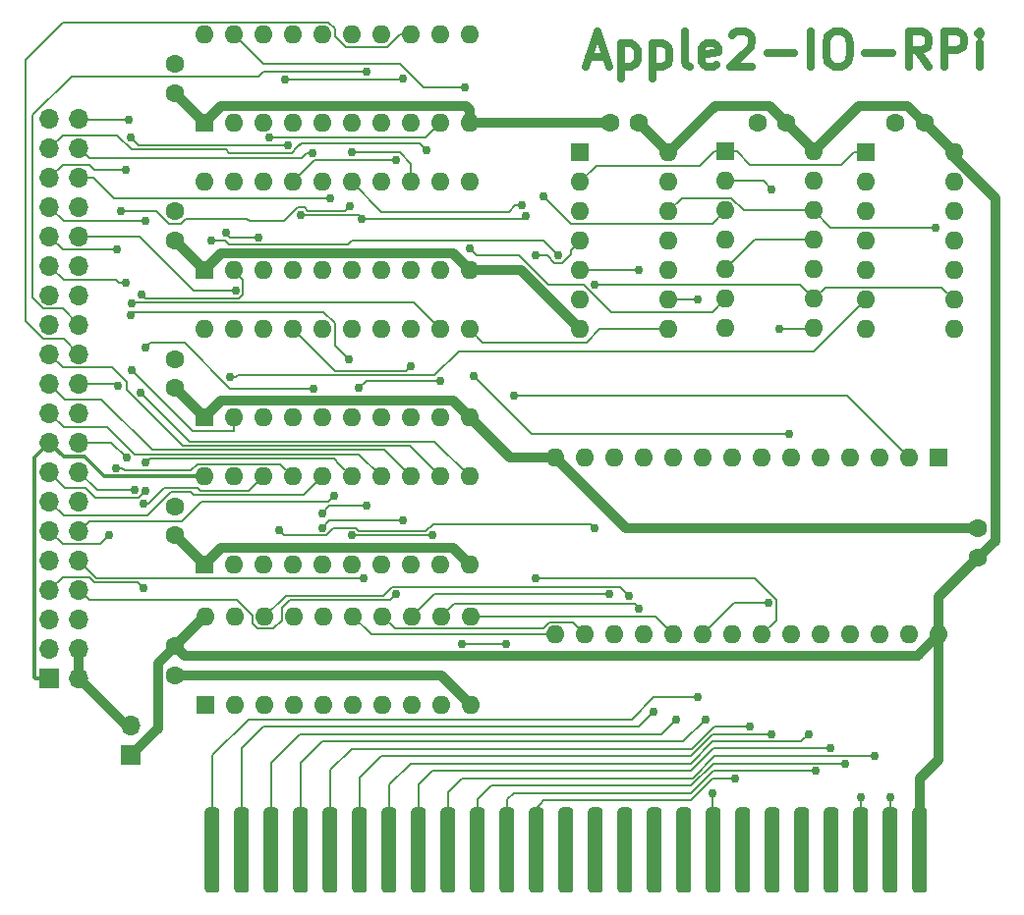
<source format=gbr>
G04 #@! TF.GenerationSoftware,KiCad,Pcbnew,(6.0.2-0)*
G04 #@! TF.CreationDate,2022-02-20T11:19:09-05:00*
G04 #@! TF.ProjectId,Apple2IORPi,4170706c-6532-4494-9f52-50692e6b6963,0.6*
G04 #@! TF.SameCoordinates,Original*
G04 #@! TF.FileFunction,Copper,L1,Top*
G04 #@! TF.FilePolarity,Positive*
%FSLAX46Y46*%
G04 Gerber Fmt 4.6, Leading zero omitted, Abs format (unit mm)*
G04 Created by KiCad (PCBNEW (6.0.2-0)) date 2022-02-20 11:19:09*
%MOMM*%
%LPD*%
G01*
G04 APERTURE LIST*
G04 Aperture macros list*
%AMRoundRect*
0 Rectangle with rounded corners*
0 $1 Rounding radius*
0 $2 $3 $4 $5 $6 $7 $8 $9 X,Y pos of 4 corners*
0 Add a 4 corners polygon primitive as box body*
4,1,4,$2,$3,$4,$5,$6,$7,$8,$9,$2,$3,0*
0 Add four circle primitives for the rounded corners*
1,1,$1+$1,$2,$3*
1,1,$1+$1,$4,$5*
1,1,$1+$1,$6,$7*
1,1,$1+$1,$8,$9*
0 Add four rect primitives between the rounded corners*
20,1,$1+$1,$2,$3,$4,$5,0*
20,1,$1+$1,$4,$5,$6,$7,0*
20,1,$1+$1,$6,$7,$8,$9,0*
20,1,$1+$1,$8,$9,$2,$3,0*%
G04 Aperture macros list end*
%ADD10C,0.635000*%
G04 #@! TA.AperFunction,NonConductor*
%ADD11C,0.635000*%
G04 #@! TD*
G04 #@! TA.AperFunction,ConnectorPad*
%ADD12RoundRect,0.317500X-0.317500X-3.365500X0.317500X-3.365500X0.317500X3.365500X-0.317500X3.365500X0*%
G04 #@! TD*
G04 #@! TA.AperFunction,ComponentPad*
%ADD13R,1.700000X1.700000*%
G04 #@! TD*
G04 #@! TA.AperFunction,ComponentPad*
%ADD14O,1.700000X1.700000*%
G04 #@! TD*
G04 #@! TA.AperFunction,ComponentPad*
%ADD15R,1.600000X1.600000*%
G04 #@! TD*
G04 #@! TA.AperFunction,ComponentPad*
%ADD16O,1.600000X1.600000*%
G04 #@! TD*
G04 #@! TA.AperFunction,ComponentPad*
%ADD17C,1.600000*%
G04 #@! TD*
G04 #@! TA.AperFunction,ViaPad*
%ADD18C,0.762000*%
G04 #@! TD*
G04 #@! TA.AperFunction,Conductor*
%ADD19C,0.177800*%
G04 #@! TD*
G04 #@! TA.AperFunction,Conductor*
%ADD20C,0.812800*%
G04 #@! TD*
G04 #@! TA.AperFunction,Conductor*
%ADD21C,0.355600*%
G04 #@! TD*
G04 APERTURE END LIST*
D10*
D11*
X156928457Y-46990000D02*
X158379885Y-46990000D01*
X156638171Y-47860857D02*
X157654171Y-44812857D01*
X158670171Y-47860857D01*
X159686171Y-45828857D02*
X159686171Y-48876857D01*
X159686171Y-45974000D02*
X159976457Y-45828857D01*
X160557028Y-45828857D01*
X160847314Y-45974000D01*
X160992457Y-46119142D01*
X161137600Y-46409428D01*
X161137600Y-47280285D01*
X160992457Y-47570571D01*
X160847314Y-47715714D01*
X160557028Y-47860857D01*
X159976457Y-47860857D01*
X159686171Y-47715714D01*
X162443885Y-45828857D02*
X162443885Y-48876857D01*
X162443885Y-45974000D02*
X162734171Y-45828857D01*
X163314742Y-45828857D01*
X163605028Y-45974000D01*
X163750171Y-46119142D01*
X163895314Y-46409428D01*
X163895314Y-47280285D01*
X163750171Y-47570571D01*
X163605028Y-47715714D01*
X163314742Y-47860857D01*
X162734171Y-47860857D01*
X162443885Y-47715714D01*
X165637028Y-47860857D02*
X165346742Y-47715714D01*
X165201600Y-47425428D01*
X165201600Y-44812857D01*
X167959314Y-47715714D02*
X167669028Y-47860857D01*
X167088457Y-47860857D01*
X166798171Y-47715714D01*
X166653028Y-47425428D01*
X166653028Y-46264285D01*
X166798171Y-45974000D01*
X167088457Y-45828857D01*
X167669028Y-45828857D01*
X167959314Y-45974000D01*
X168104457Y-46264285D01*
X168104457Y-46554571D01*
X166653028Y-46844857D01*
X169265600Y-45103142D02*
X169410742Y-44958000D01*
X169701028Y-44812857D01*
X170426742Y-44812857D01*
X170717028Y-44958000D01*
X170862171Y-45103142D01*
X171007314Y-45393428D01*
X171007314Y-45683714D01*
X170862171Y-46119142D01*
X169120457Y-47860857D01*
X171007314Y-47860857D01*
X172313600Y-46699714D02*
X174635885Y-46699714D01*
X176087314Y-47860857D02*
X176087314Y-44812857D01*
X178119314Y-44812857D02*
X178699885Y-44812857D01*
X178990171Y-44958000D01*
X179280457Y-45248285D01*
X179425600Y-45828857D01*
X179425600Y-46844857D01*
X179280457Y-47425428D01*
X178990171Y-47715714D01*
X178699885Y-47860857D01*
X178119314Y-47860857D01*
X177829028Y-47715714D01*
X177538742Y-47425428D01*
X177393600Y-46844857D01*
X177393600Y-45828857D01*
X177538742Y-45248285D01*
X177829028Y-44958000D01*
X178119314Y-44812857D01*
X180731885Y-46699714D02*
X183054171Y-46699714D01*
X186247314Y-47860857D02*
X185231314Y-46409428D01*
X184505600Y-47860857D02*
X184505600Y-44812857D01*
X185666742Y-44812857D01*
X185957028Y-44958000D01*
X186102171Y-45103142D01*
X186247314Y-45393428D01*
X186247314Y-45828857D01*
X186102171Y-46119142D01*
X185957028Y-46264285D01*
X185666742Y-46409428D01*
X184505600Y-46409428D01*
X187553600Y-47860857D02*
X187553600Y-44812857D01*
X188714742Y-44812857D01*
X189005028Y-44958000D01*
X189150171Y-45103142D01*
X189295314Y-45393428D01*
X189295314Y-45828857D01*
X189150171Y-46119142D01*
X189005028Y-46264285D01*
X188714742Y-46409428D01*
X187553600Y-46409428D01*
X190601600Y-47860857D02*
X190601600Y-45828857D01*
X190601600Y-44812857D02*
X190456457Y-44958000D01*
X190601600Y-45103142D01*
X190746742Y-44958000D01*
X190601600Y-44812857D01*
X190601600Y-45103142D01*
D12*
X124535001Y-115443000D03*
X127075001Y-115443000D03*
X129615001Y-115443000D03*
X132155001Y-115443000D03*
X134695001Y-115443000D03*
X137235001Y-115443000D03*
X139775001Y-115443000D03*
X142315001Y-115443000D03*
X144855001Y-115443000D03*
X147395001Y-115443000D03*
X149935001Y-115443000D03*
X152475001Y-115443000D03*
X155015001Y-115443000D03*
X157555001Y-115443000D03*
X160095001Y-115443000D03*
X162635001Y-115443000D03*
X165175001Y-115443000D03*
X167715001Y-115443000D03*
X170255001Y-115443000D03*
X172795001Y-115443000D03*
X175335001Y-115443000D03*
X177875001Y-115443000D03*
X180415001Y-115443000D03*
X182955001Y-115443000D03*
X185495001Y-115443000D03*
D13*
X110490000Y-100584000D03*
D14*
X113030000Y-100584000D03*
X110490000Y-98044000D03*
X113030000Y-98044000D03*
X110490000Y-95504000D03*
X113030000Y-95504000D03*
X110490000Y-92964000D03*
X113030000Y-92964000D03*
X110490000Y-90424000D03*
X113030000Y-90424000D03*
X110490000Y-87884000D03*
X113030000Y-87884000D03*
X110490000Y-85344000D03*
X113030000Y-85344000D03*
X110490000Y-82804000D03*
X113030000Y-82804000D03*
X110490000Y-80264000D03*
X113030000Y-80264000D03*
X110490000Y-77724000D03*
X113030000Y-77724000D03*
X110490000Y-75184000D03*
X113030000Y-75184000D03*
X110490000Y-72644000D03*
X113030000Y-72644000D03*
X110490000Y-70104000D03*
X113030000Y-70104000D03*
X110490000Y-67564000D03*
X113030000Y-67564000D03*
X110490000Y-65024000D03*
X113030000Y-65024000D03*
X110490000Y-62484000D03*
X113030000Y-62484000D03*
X110490000Y-59944000D03*
X113030000Y-59944000D03*
X110490000Y-57404000D03*
X113030000Y-57404000D03*
X110490000Y-54864000D03*
X113030000Y-54864000D03*
X110490000Y-52324000D03*
X113030000Y-52324000D03*
D15*
X123952000Y-102870000D03*
D16*
X126492000Y-102870000D03*
X129032000Y-102870000D03*
X131572000Y-102870000D03*
X134112000Y-102870000D03*
X136652000Y-102870000D03*
X139192000Y-102870000D03*
X141732000Y-102870000D03*
X144272000Y-102870000D03*
X146812000Y-102870000D03*
X146812000Y-95250000D03*
X144272000Y-95250000D03*
X141732000Y-95250000D03*
X139192000Y-95250000D03*
X136652000Y-95250000D03*
X134112000Y-95250000D03*
X131572000Y-95250000D03*
X129032000Y-95250000D03*
X126492000Y-95250000D03*
X123952000Y-95250000D03*
D15*
X180771800Y-55245000D03*
D16*
X180771800Y-57785000D03*
X180771800Y-60325000D03*
X180771800Y-62865000D03*
X180771800Y-65405000D03*
X180771800Y-67945000D03*
X180771800Y-70485000D03*
X188391800Y-70485000D03*
X188391800Y-67945000D03*
X188391800Y-65405000D03*
X188391800Y-62865000D03*
X188391800Y-60325000D03*
X188391800Y-57785000D03*
X188391800Y-55245000D03*
D15*
X156210000Y-55245000D03*
D16*
X156210000Y-57785000D03*
X156210000Y-60325000D03*
X156210000Y-62865000D03*
X156210000Y-65405000D03*
X156210000Y-67945000D03*
X156210000Y-70485000D03*
X163830000Y-70485000D03*
X163830000Y-67945000D03*
X163830000Y-65405000D03*
X163830000Y-62865000D03*
X163830000Y-60325000D03*
X163830000Y-57785000D03*
X163830000Y-55245000D03*
D15*
X123825000Y-90805000D03*
D16*
X126365000Y-90805000D03*
X128905000Y-90805000D03*
X131445000Y-90805000D03*
X133985000Y-90805000D03*
X136525000Y-90805000D03*
X139065000Y-90805000D03*
X141605000Y-90805000D03*
X144145000Y-90805000D03*
X146685000Y-90805000D03*
X146685000Y-83185000D03*
X144145000Y-83185000D03*
X141605000Y-83185000D03*
X139065000Y-83185000D03*
X136525000Y-83185000D03*
X133985000Y-83185000D03*
X131445000Y-83185000D03*
X128905000Y-83185000D03*
X126365000Y-83185000D03*
X123825000Y-83185000D03*
D15*
X123825000Y-78105000D03*
D16*
X126365000Y-78105000D03*
X128905000Y-78105000D03*
X131445000Y-78105000D03*
X133985000Y-78105000D03*
X136525000Y-78105000D03*
X139065000Y-78105000D03*
X141605000Y-78105000D03*
X144145000Y-78105000D03*
X146685000Y-78105000D03*
X146685000Y-70485000D03*
X144145000Y-70485000D03*
X141605000Y-70485000D03*
X139065000Y-70485000D03*
X136525000Y-70485000D03*
X133985000Y-70485000D03*
X131445000Y-70485000D03*
X128905000Y-70485000D03*
X126365000Y-70485000D03*
X123825000Y-70485000D03*
D15*
X187101925Y-81586962D03*
D16*
X184561925Y-81586962D03*
X182021925Y-81586962D03*
X179481925Y-81586962D03*
X176941925Y-81586962D03*
X174401925Y-81586962D03*
X171861925Y-81586962D03*
X169321925Y-81586962D03*
X166781925Y-81586962D03*
X164241925Y-81586962D03*
X161701925Y-81586962D03*
X159161925Y-81586962D03*
X156621925Y-81586962D03*
X154081925Y-81586962D03*
X154081925Y-96826962D03*
X156621925Y-96826962D03*
X159161925Y-96826962D03*
X161701925Y-96826962D03*
X164241925Y-96826962D03*
X166781925Y-96826962D03*
X169321925Y-96826962D03*
X171861925Y-96826962D03*
X174401925Y-96826962D03*
X176941925Y-96826962D03*
X179481925Y-96826962D03*
X182021925Y-96826962D03*
X184561925Y-96826962D03*
X187101925Y-96826962D03*
D15*
X123825000Y-65405000D03*
D16*
X126365000Y-65405000D03*
X128905000Y-65405000D03*
X131445000Y-65405000D03*
X133985000Y-65405000D03*
X136525000Y-65405000D03*
X139065000Y-65405000D03*
X141605000Y-65405000D03*
X144145000Y-65405000D03*
X146685000Y-65405000D03*
X146685000Y-57785000D03*
X144145000Y-57785000D03*
X141605000Y-57785000D03*
X139065000Y-57785000D03*
X136525000Y-57785000D03*
X133985000Y-57785000D03*
X131445000Y-57785000D03*
X128905000Y-57785000D03*
X126365000Y-57785000D03*
X123825000Y-57785000D03*
D15*
X123825000Y-52705000D03*
D16*
X126365000Y-52705000D03*
X128905000Y-52705000D03*
X131445000Y-52705000D03*
X133985000Y-52705000D03*
X136525000Y-52705000D03*
X139065000Y-52705000D03*
X141605000Y-52705000D03*
X144145000Y-52705000D03*
X146685000Y-52705000D03*
X146685000Y-45085000D03*
X144145000Y-45085000D03*
X141605000Y-45085000D03*
X139065000Y-45085000D03*
X136525000Y-45085000D03*
X133985000Y-45085000D03*
X131445000Y-45085000D03*
X128905000Y-45085000D03*
X126365000Y-45085000D03*
X123825000Y-45085000D03*
D17*
X121285000Y-97830000D03*
X121285000Y-100330000D03*
X190500000Y-90170000D03*
X190500000Y-87670000D03*
X185851800Y-52705000D03*
X183351800Y-52705000D03*
X161290000Y-52705000D03*
X158790000Y-52705000D03*
X121285000Y-85765000D03*
X121285000Y-88265000D03*
X121285000Y-73065000D03*
X121285000Y-75565000D03*
X121285000Y-47625000D03*
X121285000Y-50125000D03*
X121285000Y-60325000D03*
X121285000Y-62825000D03*
X173990000Y-52705000D03*
X171490000Y-52705000D03*
D15*
X168706800Y-55168800D03*
D16*
X168706800Y-57708800D03*
X168706800Y-60248800D03*
X168706800Y-62788800D03*
X168706800Y-65328800D03*
X168706800Y-67868800D03*
X168706800Y-70408800D03*
X176326800Y-70408800D03*
X176326800Y-67868800D03*
X176326800Y-65328800D03*
X176326800Y-62788800D03*
X176326800Y-60248800D03*
X176326800Y-57708800D03*
X176326800Y-55168800D03*
D13*
X117500400Y-107238800D03*
D14*
X117500400Y-104698800D03*
D18*
X133985000Y-87630000D03*
X140970000Y-86995000D03*
X143510000Y-88265000D03*
X136525000Y-55245000D03*
X136525000Y-88265000D03*
X181610000Y-107315000D03*
X158750000Y-93345000D03*
X177800000Y-106654599D03*
X141605000Y-73660000D03*
X140335000Y-55892700D03*
X161290000Y-94602300D03*
X175895000Y-105410000D03*
X129438400Y-53988593D03*
X172720000Y-105397300D03*
X172466000Y-94107000D03*
X166370000Y-102235000D03*
X170815000Y-104749600D03*
X169557700Y-109220000D03*
X167005000Y-104140000D03*
X164465000Y-104140000D03*
X162560000Y-103505000D03*
X161290000Y-65405000D03*
X176530000Y-108585000D03*
X128524000Y-62547500D03*
X160401000Y-93497400D03*
X125649727Y-62204599D03*
X179070000Y-107950000D03*
X130276600Y-87833200D03*
X157454600Y-87680800D03*
X132156200Y-60629800D03*
X137414000Y-60947300D03*
X151485600Y-60706000D03*
X137795000Y-85725000D03*
X133985000Y-86360000D03*
X167640000Y-110490000D03*
X180415001Y-110871000D03*
X182955001Y-110871000D03*
X118618000Y-92837000D03*
X118592600Y-85547200D03*
X137160000Y-75565000D03*
X144145000Y-74930000D03*
X140335000Y-93345000D03*
X137509508Y-92004891D03*
X115581801Y-88265000D03*
X116205000Y-82448400D03*
X134975600Y-84886800D03*
X118783199Y-82016600D03*
X118719600Y-84429600D03*
X117779800Y-84378800D03*
X118427500Y-67487800D03*
X116611400Y-60299600D03*
X117132100Y-81584800D03*
X136372600Y-59867800D03*
X131025999Y-54636293D03*
X140970000Y-48895000D03*
X116408200Y-75412600D03*
X117475000Y-53975000D03*
X130810000Y-48920400D03*
X137795000Y-48272700D03*
X117017800Y-66497200D03*
X118351300Y-75980431D03*
X117602000Y-74015600D03*
X116281200Y-63600701D03*
X126517400Y-67157600D03*
X118783199Y-61163200D03*
X118783199Y-72059800D03*
X133248400Y-75603199D03*
X117500400Y-69316600D03*
X117043200Y-56718200D03*
X136271000Y-73088500D03*
X134645400Y-59207400D03*
X142925800Y-55067200D03*
X133159401Y-55269910D03*
X117271800Y-52451000D03*
X117602000Y-68224400D03*
X149860000Y-97601573D03*
X152400000Y-64135000D03*
X152400000Y-91948000D03*
X146050000Y-97601573D03*
X157480000Y-66675000D03*
X126034006Y-74625994D03*
X166370000Y-67945000D03*
X154330401Y-64135000D03*
X124460000Y-62865000D03*
X151136567Y-59833416D03*
X150495000Y-76200000D03*
X174218600Y-79552800D03*
X147015200Y-74549000D03*
X146685000Y-63500000D03*
X153035000Y-59055000D03*
X146227800Y-49631600D03*
X172720000Y-58420000D03*
X173355000Y-70485000D03*
X186798209Y-61703209D03*
D19*
X154081925Y-96826962D02*
X138228962Y-96826962D01*
X134620000Y-86995000D02*
X133985000Y-87630000D01*
X138228962Y-96826962D02*
X136652000Y-95250000D01*
X140970000Y-86995000D02*
X134620000Y-86995000D01*
X140258701Y-96316701D02*
X153013468Y-96316701D01*
X155555224Y-95760261D02*
X156621925Y-96826962D01*
X141605000Y-57785000D02*
X141605000Y-56204102D01*
X153569908Y-95760261D02*
X155555224Y-95760261D01*
X153013468Y-96316701D02*
X153569908Y-95760261D01*
X139192000Y-95250000D02*
X140258701Y-96316701D01*
X140645898Y-55245000D02*
X136525000Y-55245000D01*
X141605000Y-56204102D02*
X140645898Y-55245000D01*
X143510000Y-88265000D02*
X136525000Y-88265000D01*
X181597299Y-107302299D02*
X181610000Y-107315000D01*
X167784793Y-107302299D02*
X181597299Y-107302299D01*
X144855001Y-115570000D02*
X144855001Y-110414999D01*
X165867092Y-109220000D02*
X167784793Y-107302299D01*
X146050000Y-109220000D02*
X165867092Y-109220000D01*
X144855001Y-110414999D02*
X146050000Y-109220000D01*
X141732000Y-95250000D02*
X143637000Y-93345000D01*
X143637000Y-93345000D02*
X158750000Y-93345000D01*
X143510000Y-108585000D02*
X153035000Y-108585000D01*
X142315001Y-115570000D02*
X142315001Y-109779999D01*
X165735000Y-108585000D02*
X152400000Y-108585000D01*
X142315001Y-109779999D02*
X143510000Y-108585000D01*
X177800000Y-106654599D02*
X167665401Y-106654599D01*
X167665401Y-106654599D02*
X165735000Y-108585000D01*
X131445000Y-70485000D02*
X135077200Y-74117200D01*
X144272000Y-95250000D02*
X145338701Y-94183299D01*
X140335000Y-55892700D02*
X133337300Y-55892700D01*
X133337300Y-55892700D02*
X131445000Y-57785000D01*
X160870999Y-94183299D02*
X161290000Y-94602300D01*
X145338701Y-94183299D02*
X160870999Y-94183299D01*
X135077200Y-74117200D02*
X141147800Y-74117200D01*
X141147800Y-74117200D02*
X141605000Y-73660000D01*
X141605000Y-107950000D02*
X165735000Y-107950000D01*
X175260000Y-106045000D02*
X175895000Y-105410000D01*
X139775001Y-109779999D02*
X141605000Y-107950000D01*
X165735000Y-107950000D02*
X167640000Y-106045000D01*
X139775001Y-115570000D02*
X139775001Y-109779999D01*
X167640000Y-106045000D02*
X175260000Y-106045000D01*
X146812000Y-95250000D02*
X162664963Y-95250000D01*
X144145000Y-52705000D02*
X143306800Y-53543200D01*
X162664963Y-95250000D02*
X164241925Y-96826962D01*
X129438400Y-53988593D02*
X142861407Y-53988593D01*
X142861407Y-53988593D02*
X143306800Y-53543200D01*
X165735000Y-107315000D02*
X167640000Y-105410000D01*
X167640000Y-105410000D02*
X167640000Y-105397300D01*
X137235001Y-109144999D02*
X139065000Y-107315000D01*
X139065000Y-107315000D02*
X165735000Y-107315000D01*
X137235001Y-115570000D02*
X137235001Y-109144999D01*
X167640000Y-105397300D02*
X172720000Y-105397300D01*
X124535001Y-115570000D02*
X124535001Y-107239999D01*
X169501887Y-94107000D02*
X172466000Y-94107000D01*
X162560000Y-102235000D02*
X166370000Y-102235000D01*
X127635000Y-104140000D02*
X160655000Y-104140000D01*
X124535001Y-107239999D02*
X127635000Y-104140000D01*
X166781925Y-96826962D02*
X169501887Y-94107000D01*
X160655000Y-104140000D02*
X162560000Y-102235000D01*
X167759392Y-104775000D02*
X170789600Y-104775000D01*
X134695001Y-108509999D02*
X136525000Y-106680000D01*
X136525000Y-106680000D02*
X165854392Y-106680000D01*
X134695001Y-115570000D02*
X134695001Y-108509999D01*
X165854392Y-106680000D02*
X167759392Y-104775000D01*
X170789600Y-104775000D02*
X170815000Y-104749600D01*
X165735000Y-111125000D02*
X167640000Y-109220000D01*
X167640000Y-109220000D02*
X169557700Y-109220000D01*
X152754391Y-111480610D02*
X152754391Y-111405609D01*
X152754391Y-111405609D02*
X153035000Y-111125000D01*
X153035000Y-111125000D02*
X165735000Y-111125000D01*
X152475001Y-111760000D02*
X152754391Y-111480610D01*
X152475001Y-115570000D02*
X152475001Y-111760000D01*
X132155001Y-107874999D02*
X133985000Y-106045000D01*
X132155001Y-115570000D02*
X132155001Y-107874999D01*
X165100000Y-106045000D02*
X167005000Y-104140000D01*
X133985000Y-106045000D02*
X165100000Y-106045000D01*
X132080000Y-105410000D02*
X163195000Y-105410000D01*
X129615001Y-107874999D02*
X132080000Y-105410000D01*
X163195000Y-105410000D02*
X164465000Y-104140000D01*
X129615001Y-115570000D02*
X129615001Y-107874999D01*
X127075001Y-115570000D02*
X127075001Y-106604999D01*
X161290000Y-104775000D02*
X128905000Y-104775000D01*
X161290000Y-65405000D02*
X156210000Y-65405000D01*
X162560000Y-103505000D02*
X161290000Y-104775000D01*
X127075001Y-106604999D02*
X128905000Y-104775000D01*
X149935001Y-115570000D02*
X149935001Y-111049999D01*
X165735000Y-110490000D02*
X167652701Y-108572299D01*
X149935001Y-111049999D02*
X150495000Y-110490000D01*
X150495000Y-110490000D02*
X165735000Y-110490000D01*
X176517299Y-108572299D02*
X176530000Y-108585000D01*
X167652701Y-108572299D02*
X176517299Y-108572299D01*
X159600899Y-92697299D02*
X160401000Y-93497400D01*
X139263013Y-93458389D02*
X140024103Y-92697299D01*
X128485902Y-62585598D02*
X128524000Y-62547500D01*
X129032000Y-95250000D02*
X130823611Y-93458389D01*
X125649727Y-62204599D02*
X126030726Y-62585598D01*
X126030726Y-62585598D02*
X128485902Y-62585598D01*
X130823611Y-93458389D02*
X139263013Y-93458389D01*
X140024103Y-92697299D02*
X159600899Y-92697299D01*
X147395001Y-111049999D02*
X148590000Y-109855000D01*
X147395001Y-115570000D02*
X147395001Y-111049999D01*
X165735000Y-109855000D02*
X167652701Y-107937299D01*
X148590000Y-109855000D02*
X165735000Y-109855000D01*
X179057299Y-107937299D02*
X179070000Y-107950000D01*
X167652701Y-107937299D02*
X179057299Y-107937299D01*
X142907012Y-87909390D02*
X137127988Y-87909390D01*
X157454600Y-87680800D02*
X157073601Y-87299801D01*
X130721101Y-88277701D02*
X130276600Y-87833200D01*
X157073601Y-87299801D02*
X143516601Y-87299801D01*
X143516601Y-87299801D02*
X142907012Y-87909390D01*
X134956299Y-87617299D02*
X134295897Y-88277701D01*
X134295897Y-88277701D02*
X130721101Y-88277701D01*
X136835897Y-87617299D02*
X134956299Y-87617299D01*
X137127988Y-87909390D02*
X136835897Y-87617299D01*
X137414000Y-60947300D02*
X151244300Y-60947300D01*
X151244300Y-60947300D02*
X151485600Y-60706000D01*
X134620000Y-85725000D02*
X133985000Y-86360000D01*
X137795000Y-85725000D02*
X134620000Y-85725000D01*
X132156200Y-60629800D02*
X137096500Y-60629800D01*
X137096500Y-60629800D02*
X137414000Y-60947300D01*
X167640000Y-110490000D02*
X167640000Y-115494999D01*
X180415001Y-110871000D02*
X180415001Y-115570000D01*
X182955001Y-115570000D02*
X182955001Y-110871000D01*
X118973600Y-85547200D02*
X118592600Y-85547200D01*
X127635000Y-84455000D02*
X128905000Y-83185000D01*
X118084511Y-92303511D02*
X114376111Y-92303511D01*
X123212381Y-84151099D02*
X123516282Y-84455000D01*
X111606701Y-91847299D02*
X110490000Y-92964000D01*
X113919899Y-91847299D02*
X111606701Y-91847299D01*
X114376111Y-92303511D02*
X113919899Y-91847299D01*
X118618000Y-92837000D02*
X118084511Y-92303511D01*
X123516282Y-84455000D02*
X127635000Y-84455000D01*
X123212381Y-84151099D02*
X120369701Y-84151099D01*
X120369701Y-84151099D02*
X118973600Y-85547200D01*
X130505299Y-95580101D02*
X129768699Y-96316701D01*
X127965299Y-95859699D02*
X127965299Y-95144581D01*
X129768699Y-96316701D02*
X128422301Y-96316701D01*
X127965299Y-95144581D02*
X126634717Y-93813999D01*
X137795000Y-74930000D02*
X137160000Y-75565000D01*
X139866001Y-93813999D02*
X131230100Y-93813999D01*
X131230100Y-93813999D02*
X130505299Y-94538800D01*
X140335000Y-93345000D02*
X139866001Y-93813999D01*
X113879999Y-93813999D02*
X113030000Y-92964000D01*
X128422301Y-96316701D02*
X127965299Y-95859699D01*
X144145000Y-74930000D02*
X137795000Y-74930000D01*
X130505299Y-94538800D02*
X130505299Y-95580101D01*
X126634717Y-93813999D02*
X113879999Y-93813999D01*
X137452518Y-91947901D02*
X137509508Y-92004891D01*
X113030000Y-90424000D02*
X114553901Y-91947901D01*
X135915400Y-91947901D02*
X137452518Y-91947901D01*
X114553901Y-91947901D02*
X135915400Y-91947901D01*
X111606701Y-89000701D02*
X110490000Y-87884000D01*
X115581801Y-88265000D02*
X114846100Y-89000701D01*
X116972415Y-82677000D02*
X122682099Y-82677000D01*
X114846100Y-89000701D02*
X111606701Y-89000701D01*
X130378299Y-82118299D02*
X123240800Y-82118299D01*
X116205000Y-82448400D02*
X116743815Y-82448400D01*
X122682099Y-82677000D02*
X123240800Y-82118299D01*
X131445000Y-83185000D02*
X130378299Y-82118299D01*
X116743815Y-82448400D02*
X116972415Y-82677000D01*
X113030000Y-87884000D02*
X113879999Y-87034001D01*
X134493009Y-85369391D02*
X134975600Y-84886800D01*
X121921691Y-87034001D02*
X123586301Y-85369391D01*
X123586301Y-85369391D02*
X134493009Y-85369391D01*
X113879999Y-87034001D02*
X121921691Y-87034001D01*
X110490000Y-85344000D02*
X111682901Y-86536901D01*
X122910609Y-84810609D02*
X132359391Y-84810609D01*
X111682901Y-86536901D02*
X118934381Y-86536901D01*
X120964573Y-84506709D02*
X122606709Y-84506709D01*
X132359391Y-84810609D02*
X133985000Y-83185000D01*
X118934381Y-86536901D02*
X120964573Y-84506709D01*
X122606709Y-84506709D02*
X122910609Y-84810609D01*
X113589699Y-84151099D02*
X114465101Y-85026501D01*
X111837099Y-84151099D02*
X113589699Y-84151099D01*
X135458200Y-82118200D02*
X135051800Y-81711800D01*
X110490000Y-82804000D02*
X111837099Y-84151099D01*
X118122699Y-85026501D02*
X118719600Y-84429600D01*
X136525000Y-83185000D02*
X135458200Y-82118200D01*
X118783199Y-82016600D02*
X119164198Y-81635601D01*
X134975601Y-81635601D02*
X135458200Y-82118200D01*
X114465101Y-85026501D02*
X118122699Y-85026501D01*
X119164198Y-81635601D02*
X134975601Y-81635601D01*
X126365000Y-65405000D02*
X127165101Y-66205101D01*
X127165101Y-66205101D02*
X127165101Y-67468497D01*
X126828297Y-67805301D02*
X118745001Y-67805301D01*
X114604800Y-84378800D02*
X117779800Y-84378800D01*
X127165101Y-67468497D02*
X126828297Y-67805301D01*
X113030000Y-82804000D02*
X114604800Y-84378800D01*
X118745001Y-67805301D02*
X118427500Y-67487800D01*
X132467097Y-59982099D02*
X131845303Y-59982099D01*
X113030000Y-80264000D02*
X115811300Y-80264000D01*
X131845303Y-59982099D02*
X130664202Y-61163200D01*
X135966210Y-60274190D02*
X132759188Y-60274190D01*
X122241419Y-60947299D02*
X121797017Y-61391701D01*
X120772983Y-61391701D02*
X119680882Y-60299600D01*
X115811300Y-80264000D02*
X117132100Y-81584800D01*
X136372600Y-59867800D02*
X135966210Y-60274190D01*
X127469899Y-60947299D02*
X122241419Y-60947299D01*
X121797017Y-61391701D02*
X120772983Y-61391701D01*
X130664202Y-61163200D02*
X127685800Y-61163200D01*
X127685800Y-61163200D02*
X127469899Y-60947299D01*
X132759188Y-60274190D02*
X132467097Y-59982099D01*
X119680882Y-60299600D02*
X116611400Y-60299600D01*
X111682901Y-78916901D02*
X110490000Y-77724000D01*
X137159992Y-81279992D02*
X117779801Y-81279992D01*
X117779801Y-81279992D02*
X115416710Y-78916901D01*
X139065000Y-83185000D02*
X137159992Y-81279992D01*
X115416710Y-78916901D02*
X111682901Y-78916901D01*
X111837099Y-76531099D02*
X110490000Y-75184000D01*
X114930807Y-76531099D02*
X111837099Y-76531099D01*
X141605000Y-83185000D02*
X139319000Y-80899000D01*
X139319000Y-80899000D02*
X119298708Y-80899000D01*
X119298708Y-80899000D02*
X114930807Y-76531099D01*
X113030000Y-75184000D02*
X116179600Y-75184000D01*
X140944600Y-48920400D02*
X140970000Y-48895000D01*
X130810000Y-48920400D02*
X140944600Y-48920400D01*
X116179600Y-75184000D02*
X116408200Y-75412600D01*
X118136293Y-54636293D02*
X117475000Y-53975000D01*
X131025999Y-54636293D02*
X118136293Y-54636293D01*
X111606701Y-73760701D02*
X110490000Y-72644000D01*
X144145000Y-83185000D02*
X141503391Y-80543391D01*
X141503391Y-80543391D02*
X121955662Y-80543391D01*
X121955662Y-80543391D02*
X117144800Y-75732529D01*
X115900200Y-73787000D02*
X111633000Y-73787000D01*
X111633000Y-73787000D02*
X110490000Y-72644000D01*
X117144800Y-75031600D02*
X115900200Y-73787000D01*
X117144800Y-75732529D02*
X117144800Y-75031600D01*
X108407200Y-47269400D02*
X111658301Y-44018299D01*
X139577017Y-46151701D02*
X140643718Y-45085000D01*
X140643718Y-45085000D02*
X141605000Y-45085000D01*
X111682901Y-71296901D02*
X109917407Y-71296901D01*
X135051701Y-45190419D02*
X136012983Y-46151701D01*
X134497017Y-44018299D02*
X135051701Y-44572983D01*
X111658301Y-44018299D02*
X129971701Y-44018299D01*
X135051701Y-44572983D02*
X135051701Y-45190419D01*
X108407200Y-69786694D02*
X108407200Y-47269400D01*
X129971701Y-44018299D02*
X134497017Y-44018299D01*
X136012983Y-46151701D02*
X139577017Y-46151701D01*
X113030000Y-72644000D02*
X111682901Y-71296901D01*
X109917407Y-71296901D02*
X108407200Y-69786694D01*
X109042200Y-67768918D02*
X109042200Y-52006306D01*
X128485999Y-48691701D02*
X128905000Y-48272700D01*
X111606701Y-68680701D02*
X109953983Y-68680701D01*
X109042200Y-52006306D02*
X112356805Y-48691701D01*
X137795000Y-48272700D02*
X128905000Y-48272700D01*
X112356805Y-48691701D02*
X128485999Y-48691701D01*
X113030000Y-70104000D02*
X111606701Y-68680701D01*
X109953983Y-68680701D02*
X109042200Y-67768918D01*
X116478985Y-66497200D02*
X116198686Y-66216901D01*
X117017800Y-66497200D02*
X116478985Y-66497200D01*
X143662400Y-80162400D02*
X122533269Y-80162400D01*
X111682901Y-66216901D02*
X110490000Y-65024000D01*
X116198686Y-66216901D02*
X111682901Y-66216901D01*
X146685000Y-83185000D02*
X143662400Y-80162400D01*
X122533269Y-80162400D02*
X118351300Y-75980431D01*
X122834301Y-79247901D02*
X117602000Y-74015600D01*
X111606701Y-63600701D02*
X110490000Y-62484000D01*
X116281200Y-63600701D02*
X111606701Y-63600701D01*
X126365000Y-79236370D02*
X126353469Y-79247901D01*
X126365000Y-78105000D02*
X126365000Y-79236370D01*
X126353469Y-79247901D02*
X122834301Y-79247901D01*
X113030000Y-62484000D02*
X118211600Y-62484000D01*
X118211600Y-62484000D02*
X122885200Y-67157600D01*
X122885200Y-67157600D02*
X126517400Y-67157600D01*
X118244384Y-61163200D02*
X118218085Y-61136901D01*
X118783199Y-61163200D02*
X118244384Y-61163200D01*
X119164198Y-71678801D02*
X118783199Y-72059800D01*
X133248400Y-75603199D02*
X126022199Y-75603199D01*
X118218085Y-61136901D02*
X111682901Y-61136901D01*
X126022199Y-75603199D02*
X122097801Y-71678801D01*
X111682901Y-61136901D02*
X110490000Y-59944000D01*
X122097801Y-71678801D02*
X119164198Y-71678801D01*
X117043200Y-56718200D02*
X114381292Y-56718200D01*
X135051701Y-69976901D02*
X135051701Y-71869201D01*
X111606701Y-56287299D02*
X110490000Y-57404000D01*
X135051701Y-71869201D02*
X136271000Y-73088500D01*
X114381292Y-56718200D02*
X113950391Y-56287299D01*
X117779800Y-69037200D02*
X117500400Y-69316600D01*
X134112000Y-69037200D02*
X135051701Y-69976901D01*
X113950391Y-56287299D02*
X111606701Y-56287299D01*
X134112000Y-69037200D02*
X117779800Y-69037200D01*
X114232081Y-57404000D02*
X116035481Y-59207400D01*
X113030000Y-57404000D02*
X114232081Y-57404000D01*
X116035481Y-59207400D02*
X134645400Y-59207400D01*
X142341601Y-54483001D02*
X132137889Y-54483001D01*
X131782290Y-54838600D02*
X131336896Y-55283994D01*
X117533305Y-54991903D02*
X125679200Y-54991903D01*
X142925800Y-55067200D02*
X142341601Y-54483001D01*
X116288701Y-53747299D02*
X117533305Y-54991903D01*
X125971291Y-55283994D02*
X125679200Y-54991903D01*
X111606701Y-53747299D02*
X116288701Y-53747299D01*
X110490000Y-54864000D02*
X111606701Y-53747299D01*
X132112489Y-54508401D02*
X131782290Y-54838600D01*
X131336896Y-55283994D02*
X125971291Y-55283994D01*
X132137889Y-54483001D02*
X131782290Y-54838600D01*
X133159401Y-55269910D02*
X132620586Y-55269910D01*
X132620586Y-55269910D02*
X132176497Y-55713999D01*
X113879999Y-55713999D02*
X125958600Y-55713999D01*
X113030000Y-54864000D02*
X113879999Y-55713999D01*
X132176497Y-55713999D02*
X125958600Y-55713999D01*
X144145000Y-70485000D02*
X141833600Y-68173600D01*
X117271800Y-52451000D02*
X113157000Y-52451000D01*
X141833600Y-68173600D02*
X117652800Y-68173600D01*
X117652800Y-68173600D02*
X117602000Y-68224400D01*
X113157000Y-52451000D02*
X113030000Y-52324000D01*
X176326800Y-67868800D02*
X175133000Y-66675000D01*
X154641298Y-64782701D02*
X155410001Y-64013998D01*
X171265598Y-91948000D02*
X152400000Y-91948000D01*
X154008983Y-64782701D02*
X154641298Y-64782701D01*
X175133000Y-66675000D02*
X157480000Y-66675000D01*
X146050000Y-97601573D02*
X149860000Y-97601573D01*
X173113701Y-95575186D02*
X173113701Y-93796103D01*
X187325099Y-66878299D02*
X188391800Y-67945000D01*
X176326800Y-67868800D02*
X177317301Y-66878299D01*
X152400000Y-64135000D02*
X153361282Y-64135000D01*
X171861925Y-96826962D02*
X173113701Y-95575186D01*
X173113701Y-93796103D02*
X171265598Y-91948000D01*
X177317301Y-66878299D02*
X187325099Y-66878299D01*
X155410001Y-64013998D02*
X155410001Y-63664999D01*
X153361282Y-64135000D02*
X154008983Y-64782701D01*
X155410001Y-63664999D02*
X156210000Y-62865000D01*
X180771800Y-67945000D02*
X176339501Y-72377299D01*
X126726006Y-74472809D02*
X143643593Y-74472809D01*
X143643593Y-74472809D02*
X145739103Y-72377299D01*
X126572821Y-74625994D02*
X126726006Y-74472809D01*
X176339501Y-72377299D02*
X145739103Y-72377299D01*
X126034006Y-74625994D02*
X126572821Y-74625994D01*
X157607099Y-56387901D02*
X166509899Y-56387901D01*
X156210000Y-57785000D02*
X157607099Y-56387901D01*
X169684600Y-55168800D02*
X170827501Y-56311701D01*
X168706800Y-55168800D02*
X169684600Y-55168800D01*
X166370000Y-67945000D02*
X163830000Y-67945000D01*
X178727299Y-56311701D02*
X179794000Y-55245000D01*
X170827501Y-56311701D02*
X178727299Y-56311701D01*
X166509899Y-56387901D02*
X167729000Y-55168800D01*
X179794000Y-55245000D02*
X180771800Y-55245000D01*
X167729000Y-55168800D02*
X168706800Y-55168800D01*
D20*
X123825000Y-65365000D02*
X121285000Y-62825000D01*
X160164963Y-87670000D02*
X190500000Y-87670000D01*
X146685000Y-52705000D02*
X146685000Y-51573630D01*
X121285000Y-88265000D02*
X123825000Y-90805000D01*
X154081925Y-81586962D02*
X160164963Y-87670000D01*
X125285401Y-51244599D02*
X123825000Y-52705000D01*
X146685000Y-65405000D02*
X151130000Y-65405000D01*
X145224599Y-76644599D02*
X125285401Y-76644599D01*
X121285000Y-100330000D02*
X144272000Y-100330000D01*
X123825000Y-52665000D02*
X121285000Y-50125000D01*
X146685000Y-78105000D02*
X145224599Y-76644599D01*
X146685000Y-78105000D02*
X150166962Y-81586962D01*
X146685000Y-65405000D02*
X145224599Y-63944599D01*
X125285401Y-76644599D02*
X123825000Y-78105000D01*
X151130000Y-65405000D02*
X156210000Y-70485000D01*
X125285401Y-89344599D02*
X145224599Y-89344599D01*
X146685000Y-51573630D02*
X146355969Y-51244599D01*
X123825000Y-52705000D02*
X123825000Y-52665000D01*
X121285000Y-75565000D02*
X123825000Y-78105000D01*
X145224599Y-89344599D02*
X146685000Y-90805000D01*
X146685000Y-52705000D02*
X158790000Y-52705000D01*
X144272000Y-100330000D02*
X146812000Y-102870000D01*
X146355969Y-51244599D02*
X125285401Y-51244599D01*
X123825000Y-65405000D02*
X123825000Y-65365000D01*
X145224599Y-63944599D02*
X125285401Y-63944599D01*
X125285401Y-63944599D02*
X123825000Y-65405000D01*
X123825000Y-90805000D02*
X125285401Y-89344599D01*
X150166962Y-81586962D02*
X154081925Y-81586962D01*
X190500000Y-90170000D02*
X191960401Y-88709599D01*
X187101925Y-93568075D02*
X190500000Y-90170000D01*
X119824599Y-99290401D02*
X119824599Y-104914601D01*
X185851800Y-52705000D02*
X184391399Y-51244599D01*
X185495001Y-109220000D02*
X187101925Y-107613076D01*
X121285000Y-97830000D02*
X119824599Y-99290401D01*
X121285000Y-97830000D02*
X122097973Y-98642973D01*
X188391800Y-55245000D02*
X185851800Y-52705000D01*
X191960401Y-59192207D02*
X188391800Y-55623606D01*
X122097973Y-98642973D02*
X185285914Y-98642973D01*
X119824599Y-104914601D02*
X117500400Y-107238800D01*
X123952000Y-95250000D02*
X123865000Y-95250000D01*
X184391399Y-51244599D02*
X180251001Y-51244599D01*
X173990000Y-52705000D02*
X172529599Y-51244599D01*
X185495001Y-115570000D02*
X185495001Y-109220000D01*
X172529599Y-51244599D02*
X167830401Y-51244599D01*
X191960401Y-88709599D02*
X191960401Y-59192207D01*
X176326800Y-55168800D02*
X176326800Y-55041800D01*
X187101925Y-96826962D02*
X187101925Y-93568075D01*
X123865000Y-95250000D02*
X121285000Y-97830000D01*
X176326800Y-55041800D02*
X173990000Y-52705000D01*
X163830000Y-55245000D02*
X161290000Y-52705000D01*
X187101925Y-107613076D02*
X187101925Y-96826962D01*
X188391800Y-55623606D02*
X188391800Y-55245000D01*
X185285914Y-98642973D02*
X187101925Y-96826962D01*
X167830401Y-51244599D02*
X163830000Y-55245000D01*
X180251001Y-51244599D02*
X176326800Y-55168800D01*
D21*
X113479891Y-81469601D02*
X115195290Y-83185000D01*
X110490000Y-100584000D02*
X109284400Y-100584000D01*
X109208199Y-81545801D02*
X110490000Y-80264000D01*
X111695601Y-81469601D02*
X113479891Y-81469601D01*
X110490000Y-80264000D02*
X111695601Y-81469601D01*
X109284400Y-100584000D02*
X109208199Y-100507799D01*
X115195290Y-83185000D02*
X123825000Y-83185000D01*
X109208199Y-100507799D02*
X109208199Y-81545801D01*
D19*
X125933200Y-63195200D02*
X133832600Y-63195200D01*
X124460000Y-62865000D02*
X124472701Y-62852299D01*
X153047700Y-62852299D02*
X154330401Y-64135000D01*
X136207499Y-63169800D02*
X136525000Y-62852299D01*
X133832600Y-63195200D02*
X133858000Y-63169800D01*
X125590299Y-62852299D02*
X125933200Y-63195200D01*
X133858000Y-63169800D02*
X136207499Y-63169800D01*
X124472701Y-62852299D02*
X125590299Y-62852299D01*
X136525000Y-62852299D02*
X153047700Y-62852299D01*
X147827901Y-71627901D02*
X146685000Y-70485000D01*
X156758593Y-71627901D02*
X147827901Y-71627901D01*
X163830000Y-70485000D02*
X157901494Y-70485000D01*
X157901494Y-70485000D02*
X156758593Y-71627901D01*
X150597752Y-59833416D02*
X150080767Y-60350401D01*
X184561925Y-81586962D02*
X179174963Y-76200000D01*
X139090401Y-60350401D02*
X136525000Y-57785000D01*
X150080767Y-60350401D02*
X139090401Y-60350401D01*
X151136567Y-59833416D02*
X150597752Y-59833416D01*
X179174963Y-76200000D02*
X150495000Y-76200000D01*
X152019000Y-79552800D02*
X147015200Y-74549000D01*
X174218600Y-79552800D02*
X152019000Y-79552800D01*
X167563899Y-69011701D02*
X158855419Y-69011701D01*
X153459684Y-66675000D02*
X150919684Y-64135000D01*
X150919684Y-64135000D02*
X147320000Y-64135000D01*
X156518718Y-66675000D02*
X153459684Y-66675000D01*
X168706800Y-67868800D02*
X167563899Y-69011701D01*
X147320000Y-64135000D02*
X146685000Y-63500000D01*
X158855419Y-69011701D02*
X156518718Y-66675000D01*
X142722600Y-49631600D02*
X146227800Y-49631600D01*
X128905000Y-47625000D02*
X140716000Y-47625000D01*
X155371701Y-61391701D02*
X153035000Y-59055000D01*
X140716000Y-47625000D02*
X142722600Y-49631600D01*
X128905000Y-47625000D02*
X126365000Y-45085000D01*
X168706800Y-60248800D02*
X167563899Y-61391701D01*
X167563899Y-61391701D02*
X155371701Y-61391701D01*
X168706800Y-57708800D02*
X172008800Y-57708800D01*
X172008800Y-57708800D02*
X172720000Y-58420000D01*
X173355000Y-70485000D02*
X176250600Y-70485000D01*
X176250600Y-70485000D02*
X176326800Y-70408800D01*
X171246800Y-62788800D02*
X168706800Y-65328800D01*
X176326800Y-62788800D02*
X171246800Y-62788800D01*
X177781209Y-61703209D02*
X186798209Y-61703209D01*
X164972901Y-59182099D02*
X163830000Y-60325000D01*
X169218817Y-59182099D02*
X164972901Y-59182099D01*
X170285518Y-60248800D02*
X169218817Y-59182099D01*
X176326800Y-60248800D02*
X170285518Y-60248800D01*
X176326800Y-60248800D02*
X177781209Y-61703209D01*
D20*
X117144800Y-104698800D02*
X113030000Y-100584000D01*
X113030000Y-98044000D02*
X113030000Y-100584000D01*
X117500400Y-104698800D02*
X117144800Y-104698800D01*
M02*

</source>
